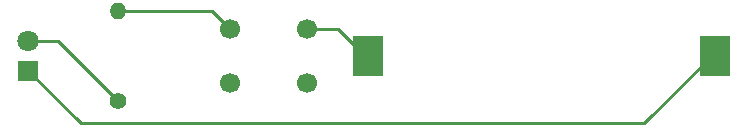
<source format=gtl>
%TF.GenerationSoftware,KiCad,Pcbnew,(6.0.0)*%
%TF.CreationDate,2025-06-04T13:55:59+10:00*%
%TF.ProjectId,LED torch,4c454420-746f-4726-9368-2e6b69636164,0.1*%
%TF.SameCoordinates,Original*%
%TF.FileFunction,Copper,L1,Top*%
%TF.FilePolarity,Positive*%
%FSLAX46Y46*%
G04 Gerber Fmt 4.6, Leading zero omitted, Abs format (unit mm)*
G04 Created by KiCad (PCBNEW (6.0.0)) date 2025-06-04 13:55:59*
%MOMM*%
%LPD*%
G01*
G04 APERTURE LIST*
%TA.AperFunction,ComponentPad*%
%ADD10C,1.800000*%
%TD*%
%TA.AperFunction,ComponentPad*%
%ADD11R,1.800000X1.800000*%
%TD*%
%TA.AperFunction,SMDPad,CuDef*%
%ADD12R,2.540000X3.510000*%
%TD*%
%TA.AperFunction,ComponentPad*%
%ADD13C,1.700000*%
%TD*%
%TA.AperFunction,ComponentPad*%
%ADD14O,1.400000X1.400000*%
%TD*%
%TA.AperFunction,ComponentPad*%
%ADD15C,1.400000*%
%TD*%
%TA.AperFunction,Conductor*%
%ADD16C,0.250000*%
%TD*%
G04 APERTURE END LIST*
D10*
%TO.P,D1,2,A*%
%TO.N,/LED_anode*%
X106680000Y-113030000D03*
D11*
%TO.P,D1,1,K*%
%TO.N,/LED_cathode*%
X106680000Y-115570000D03*
%TD*%
D12*
%TO.P,BT1,1,+*%
%TO.N,/bat_POS*%
X135434000Y-114300000D03*
%TO.P,BT1,2,-*%
%TO.N,/LED_cathode*%
X164794000Y-114300000D03*
%TD*%
D13*
%TO.P,SW1,1,A*%
%TO.N,Net-(R1-Pad2)*%
X123750000Y-112050000D03*
%TO.P,SW1,2,B*%
%TO.N,/bat_POS*%
X130250000Y-112050000D03*
%TO.P,SW1,3*%
%TO.N,N/C*%
X123750000Y-116550000D03*
%TO.P,SW1,4*%
X130250000Y-116550000D03*
%TD*%
D14*
%TO.P,R1,2*%
%TO.N,Net-(R1-Pad2)*%
X114300000Y-110490000D03*
D15*
%TO.P,R1,1*%
%TO.N,/LED_anode*%
X114300000Y-118110000D03*
%TD*%
D16*
%TO.N,/LED_cathode*%
X158825000Y-120015000D02*
X164540000Y-114300000D01*
X111125000Y-120015000D02*
X158825000Y-120015000D01*
X106680000Y-115570000D02*
X111125000Y-120015000D01*
%TO.N,/LED_anode*%
X109220000Y-113030000D02*
X114300000Y-118110000D01*
X106680000Y-113030000D02*
X109220000Y-113030000D01*
%TO.N,Net-(R1-Pad2)*%
X114300000Y-110490000D02*
X122190000Y-110490000D01*
X122190000Y-110490000D02*
X123750000Y-112050000D01*
%TO.N,/bat_POS*%
X132930000Y-112050000D02*
X135180000Y-114300000D01*
X130250000Y-112050000D02*
X132930000Y-112050000D01*
%TD*%
M02*

</source>
